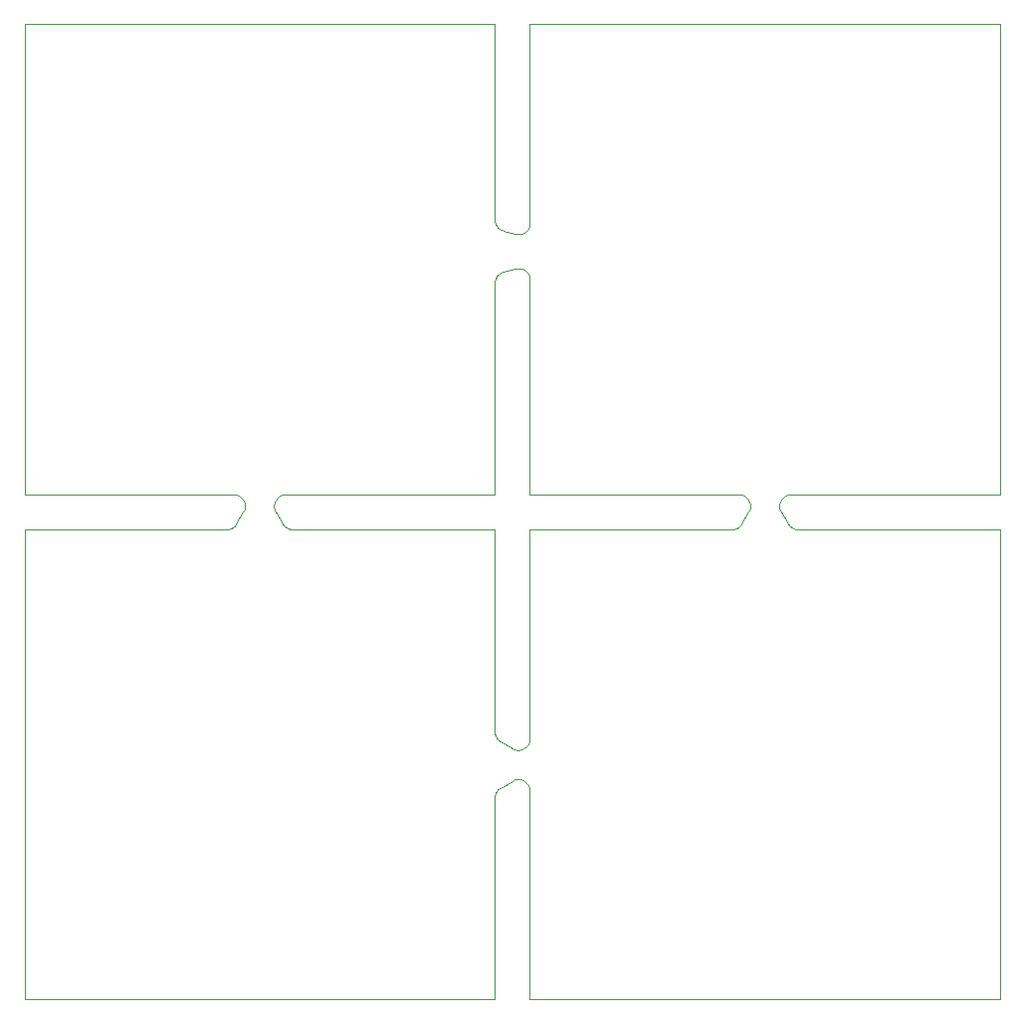
<source format=gko>
%MOIN*%
%OFA0B0*%
%FSLAX36Y36*%
%IPPOS*%
%LPD*%
%ADD10C,0*%
D10*
X000875435Y002362204D02*
X000875435Y002362204D01*
X001574799Y002362204D01*
X001574799Y003068766D01*
X001574882Y003071324D01*
X001575131Y003073870D01*
X001575545Y003076396D01*
X001576123Y003078889D01*
X001576861Y003081339D01*
X001577756Y003083736D01*
X001578806Y003086070D01*
X001580005Y003088331D01*
X001581348Y003090509D01*
X001582830Y003092595D01*
X001584444Y003094581D01*
X001586184Y003096457D01*
X001588042Y003098217D01*
X001590010Y003099852D01*
X001592081Y003101356D01*
X001594245Y003102722D01*
X001596493Y003103945D01*
X001598815Y003105019D01*
X001601203Y003105940D01*
X001603645Y003106703D01*
X001643019Y003117626D01*
X001646552Y003118432D01*
X001650143Y003118911D01*
X001653764Y003119058D01*
X001657383Y003118870D01*
X001660969Y003118352D01*
X001664492Y003117505D01*
X001667922Y003116338D01*
X001671231Y003114861D01*
X001674390Y003113086D01*
X001677372Y003111028D01*
X001680153Y003108704D01*
X001682708Y003106135D01*
X001685016Y003103341D01*
X001687057Y003100347D01*
X001688814Y003097179D01*
X001690273Y003093862D01*
X001691421Y003090425D01*
X001692247Y003086897D01*
X001692746Y003083308D01*
X001692913Y003079688D01*
X001692913Y002362204D01*
X002392280Y002362204D01*
X002396417Y002361986D01*
X002400509Y002361335D01*
X002404509Y002360257D01*
X002408373Y002358765D01*
X002412060Y002356875D01*
X002415528Y002354608D01*
X002418738Y002351989D01*
X002421655Y002349047D01*
X002424247Y002345816D01*
X002426485Y002342329D01*
X002428344Y002338627D01*
X002429804Y002334750D01*
X002430848Y002330741D01*
X002431466Y002326645D01*
X002431649Y002322506D01*
X002431397Y002318371D01*
X002430711Y002314285D01*
X002429600Y002310294D01*
X002428075Y002306442D01*
X002426155Y002302771D01*
X002402835Y002263398D01*
X002401751Y002261670D01*
X002400578Y002260002D01*
X002399321Y002258396D01*
X002397983Y002256858D01*
X002396566Y002255390D01*
X002395076Y002253999D01*
X002393515Y002252686D01*
X002391888Y002251456D01*
X002390200Y002250311D01*
X002388456Y002249256D01*
X002386658Y002248292D01*
X002384813Y002247423D01*
X002382926Y002246651D01*
X002381001Y002245977D01*
X002379044Y002245404D01*
X002377060Y002244933D01*
X002375054Y002244565D01*
X002373032Y002244302D01*
X002370999Y002244143D01*
X002368960Y002244090D01*
X001692913Y002244090D01*
X001692913Y001544727D01*
X001692695Y001540590D01*
X001692043Y001536498D01*
X001690966Y001532498D01*
X001689473Y001528633D01*
X001687583Y001524947D01*
X001685316Y001521479D01*
X001682698Y001518269D01*
X001679756Y001515352D01*
X001676524Y001512760D01*
X001673038Y001510522D01*
X001669336Y001508663D01*
X001665459Y001507203D01*
X001661450Y001506159D01*
X001657353Y001505541D01*
X001653214Y001505358D01*
X001649079Y001505610D01*
X001644994Y001506296D01*
X001641003Y001507407D01*
X001637151Y001508931D01*
X001633480Y001510852D01*
X001594106Y001534172D01*
X001592379Y001535256D01*
X001590710Y001536429D01*
X001589105Y001537686D01*
X001587566Y001539024D01*
X001586099Y001540441D01*
X001584707Y001541931D01*
X001583395Y001543492D01*
X001582164Y001545118D01*
X001581020Y001546806D01*
X001579965Y001548551D01*
X001579001Y001550349D01*
X001578132Y001552193D01*
X001577359Y001554081D01*
X001576686Y001556005D01*
X001576112Y001557963D01*
X001575641Y001559947D01*
X001575274Y001561953D01*
X001575010Y001563975D01*
X001574852Y001566008D01*
X001574799Y001568047D01*
X001574799Y002244090D01*
X000898755Y002244090D01*
X000896717Y002244143D01*
X000894683Y002244302D01*
X000892661Y002244565D01*
X000890655Y002244933D01*
X000888671Y002245404D01*
X000886714Y002245977D01*
X000884789Y002246651D01*
X000882902Y002247423D01*
X000881057Y002248292D01*
X000879260Y002249256D01*
X000877515Y002250311D01*
X000875827Y002251456D01*
X000874201Y002252686D01*
X000872640Y002253999D01*
X000871149Y002255390D01*
X000869733Y002256858D01*
X000868394Y002258396D01*
X000867137Y002260002D01*
X000865965Y002261670D01*
X000864881Y002263398D01*
X000841561Y002302771D01*
X000839640Y002306442D01*
X000838116Y002310294D01*
X000837005Y002314285D01*
X000836319Y002318371D01*
X000836067Y002322506D01*
X000836250Y002326645D01*
X000836867Y002330741D01*
X000837912Y002334750D01*
X000839372Y002338627D01*
X000841231Y002342329D01*
X000843469Y002345816D01*
X000846061Y002349047D01*
X000848978Y002351989D01*
X000852188Y002354608D01*
X000855656Y002356875D01*
X000859342Y002358765D01*
X000863207Y002360257D01*
X000867207Y002361335D01*
X000871298Y002361986D01*
X000875435Y002362204D01*
X001574799Y003937004D02*
X001574799Y003937004D01*
X000000000Y003937004D01*
X000000000Y002362204D01*
X000699367Y002362204D01*
X000703504Y002361986D01*
X000707595Y002361335D01*
X000711595Y002360257D01*
X000715460Y002358765D01*
X000719147Y002356875D01*
X000722614Y002354608D01*
X000725824Y002351989D01*
X000728741Y002349047D01*
X000731333Y002345816D01*
X000733571Y002342329D01*
X000735431Y002338627D01*
X000736890Y002334750D01*
X000737935Y002330741D01*
X000738552Y002326645D01*
X000738736Y002322506D01*
X000738483Y002318371D01*
X000737798Y002314285D01*
X000736686Y002310294D01*
X000735162Y002306442D01*
X000733241Y002302771D01*
X000709921Y002263398D01*
X000708837Y002261670D01*
X000707665Y002260002D01*
X000706408Y002258396D01*
X000705069Y002256858D01*
X000703653Y002255390D01*
X000702162Y002253999D01*
X000700602Y002252686D01*
X000698975Y002251456D01*
X000697287Y002250311D01*
X000695542Y002249256D01*
X000693745Y002248292D01*
X000691900Y002247423D01*
X000690013Y002246651D01*
X000688088Y002245977D01*
X000686131Y002245404D01*
X000684147Y002244933D01*
X000682141Y002244565D01*
X000680119Y002244302D01*
X000678086Y002244143D01*
X000676047Y002244090D01*
X000000000Y002244090D01*
X000000000Y000669291D01*
X001574799Y000669291D01*
X001574799Y001345338D01*
X001574852Y001347377D01*
X001575010Y001349410D01*
X001575274Y001351432D01*
X001575641Y001353438D01*
X001576112Y001355422D01*
X001576686Y001357379D01*
X001577359Y001359304D01*
X001578132Y001361191D01*
X001579001Y001363036D01*
X001579965Y001364833D01*
X001581020Y001366578D01*
X001582164Y001368266D01*
X001583395Y001369893D01*
X001584707Y001371453D01*
X001586099Y001372944D01*
X001587566Y001374360D01*
X001589105Y001375699D01*
X001590710Y001376956D01*
X001592379Y001378128D01*
X001594106Y001379213D01*
X001633480Y001402533D01*
X001637151Y001404453D01*
X001641003Y001405978D01*
X001644994Y001407089D01*
X001649079Y001407774D01*
X001653214Y001408027D01*
X001657353Y001407843D01*
X001661450Y001407226D01*
X001665459Y001406182D01*
X001669336Y001404722D01*
X001673038Y001402863D01*
X001676524Y001400625D01*
X001679756Y001398033D01*
X001682698Y001395116D01*
X001685316Y001391906D01*
X001687583Y001388438D01*
X001689473Y001384751D01*
X001690966Y001380887D01*
X001692043Y001376887D01*
X001692695Y001372795D01*
X001692913Y001368658D01*
X001692913Y000669291D01*
X003267712Y000669291D01*
X003267712Y002244090D01*
X002591669Y002244090D01*
X002589630Y002244143D01*
X002587597Y002244302D01*
X002585575Y002244565D01*
X002583569Y002244933D01*
X002581585Y002245404D01*
X002579628Y002245977D01*
X002577703Y002246651D01*
X002575815Y002247423D01*
X002573971Y002248292D01*
X002572173Y002249256D01*
X002570428Y002250311D01*
X002568740Y002251456D01*
X002567114Y002252686D01*
X002565553Y002253999D01*
X002564063Y002255390D01*
X002562646Y002256858D01*
X002561308Y002258396D01*
X002560051Y002260002D01*
X002558878Y002261670D01*
X002557794Y002263398D01*
X002534474Y002302771D01*
X002532553Y002306442D01*
X002531029Y002310294D01*
X002529918Y002314285D01*
X002529232Y002318371D01*
X002528980Y002322506D01*
X002529163Y002326645D01*
X002529781Y002330741D01*
X002530825Y002334750D01*
X002532285Y002338627D01*
X002534144Y002342329D01*
X002536382Y002345816D01*
X002538974Y002349047D01*
X002541891Y002351989D01*
X002545101Y002354608D01*
X002548569Y002356875D01*
X002552255Y002358765D01*
X002556120Y002360257D01*
X002560120Y002361335D01*
X002564212Y002361986D01*
X002568349Y002362204D01*
X003267712Y002362204D01*
X003267712Y003937004D01*
X001692913Y003937004D01*
X001692913Y003272177D01*
X001692746Y003268557D01*
X001692247Y003264968D01*
X001691421Y003261441D01*
X001690273Y003258004D01*
X001688814Y003254687D01*
X001687057Y003251518D01*
X001685016Y003248524D01*
X001682708Y003245731D01*
X001680153Y003243161D01*
X001677372Y003240838D01*
X001674390Y003238780D01*
X001671231Y003237004D01*
X001667922Y003235527D01*
X001664492Y003234360D01*
X001660969Y003233514D01*
X001657383Y003232995D01*
X001653764Y003232808D01*
X001650143Y003232954D01*
X001646552Y003233433D01*
X001643019Y003234240D01*
X001603645Y003245162D01*
X001601203Y003245926D01*
X001598815Y003246847D01*
X001596493Y003247921D01*
X001594245Y003249143D01*
X001592081Y003250509D01*
X001590010Y003252013D01*
X001588042Y003253648D01*
X001586184Y003255408D01*
X001584444Y003257284D01*
X001582830Y003259270D01*
X001581348Y003261356D01*
X001580005Y003263534D01*
X001578806Y003265795D01*
X001577756Y003268129D01*
X001576861Y003270526D01*
X001576123Y003272977D01*
X001575545Y003275470D01*
X001575131Y003277995D01*
X001574882Y003280542D01*
X001574799Y003283099D01*
X001574799Y003937004D01*
M02*
</source>
